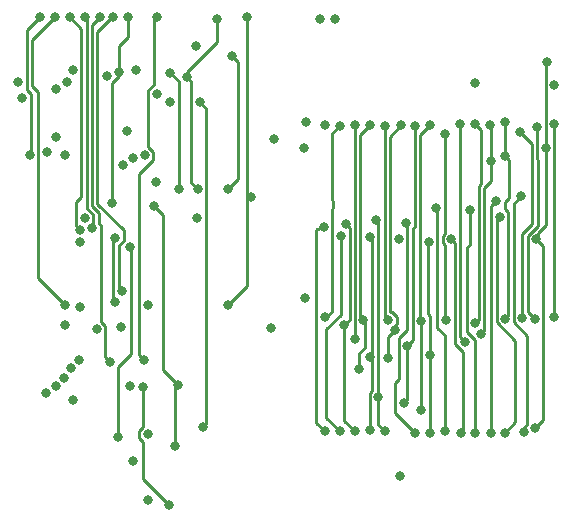
<source format=gbr>
%TF.GenerationSoftware,KiCad,Pcbnew,(7.0.0)*%
%TF.CreationDate,2023-03-25T14:20:40+00:00*%
%TF.ProjectId,connector,636f6e6e-6563-4746-9f72-2e6b69636164,rev?*%
%TF.SameCoordinates,Original*%
%TF.FileFunction,Copper,L3,Inr*%
%TF.FilePolarity,Positive*%
%FSLAX46Y46*%
G04 Gerber Fmt 4.6, Leading zero omitted, Abs format (unit mm)*
G04 Created by KiCad (PCBNEW (7.0.0)) date 2023-03-25 14:20:40*
%MOMM*%
%LPD*%
G01*
G04 APERTURE LIST*
%TA.AperFunction,ViaPad*%
%ADD10C,0.800000*%
%TD*%
%TA.AperFunction,Conductor*%
%ADD11C,0.250000*%
%TD*%
G04 APERTURE END LIST*
D10*
%TO.N,/~{SE1}*%
X131826000Y-107823000D03*
%TO.N,/WEL*%
X129540000Y-95853500D03*
%TO.N,/A9*%
X123174695Y-75946000D03*
%TO.N,/D4*%
X123784674Y-89503931D03*
X126749500Y-90170000D03*
%TO.N,/D3*%
X144436500Y-89281000D03*
%TO.N,/A19*%
X133947500Y-78702500D03*
%TO.N,Net-(U3-CE#)*%
X127000000Y-107061000D03*
%TO.N,GND*%
X125222000Y-97917000D03*
%TO.N,/D2*%
X123772500Y-96049500D03*
%TO.N,/D1*%
X123724500Y-100487511D03*
%TO.N,/D0*%
X147447000Y-101261500D03*
X123000000Y-101219000D03*
%TO.N,/A0*%
X122555000Y-97536000D03*
%TO.N,/A1*%
X149860000Y-100330000D03*
X122399963Y-102018350D03*
%TO.N,/A2*%
X151257000Y-104136201D03*
X121724500Y-102755066D03*
%TO.N,/A3*%
X152654000Y-104775000D03*
X120899722Y-103319642D03*
%TO.N,/A11*%
X132170000Y-86068500D03*
%TO.N,/A8*%
X133768500Y-86068500D03*
%TO.N,/ROE*%
X130302000Y-71501000D03*
%TO.N,/A11*%
X131445000Y-76182392D03*
X126073500Y-76454000D03*
%TO.N,/D7*%
X127343500Y-94712313D03*
%TO.N,/~{SE1}*%
X127127000Y-76099500D03*
X127889000Y-71501000D03*
%TO.N,/D6*%
X148336500Y-100292500D03*
X126365000Y-100711000D03*
X125476000Y-71501000D03*
%TO.N,/D3*%
X124206000Y-71501000D03*
%TO.N,/~{SE1}*%
X126492000Y-87211500D03*
X130048500Y-87503000D03*
X132080000Y-102616000D03*
%TO.N,Net-(D1-K)*%
X131318000Y-112776000D03*
X129159000Y-102832500D03*
%TO.N,/D5*%
X146341500Y-89027000D03*
%TO.N,/D6*%
X148336000Y-90118000D03*
%TO.N,/D4*%
X145885500Y-90043000D03*
X126746000Y-95631000D03*
X122936000Y-71501000D03*
%TO.N,/A17*%
X119544500Y-83185000D03*
X120396000Y-71501000D03*
%TO.N,/D7*%
X126619000Y-71501000D03*
X149061000Y-103619500D03*
X128000000Y-102743000D03*
X148881500Y-88677500D03*
%TO.N,/A10*%
X124199500Y-88523890D03*
%TO.N,Net-(U3-CE#)*%
X128038181Y-90925459D03*
X150780500Y-90297500D03*
%TO.N,/A10*%
X151421500Y-88900000D03*
%TO.N,GND*%
X129540000Y-106807000D03*
%TO.N,/ROE*%
X153320500Y-90551000D03*
%TO.N,/A11*%
X153961500Y-87625109D03*
%TO.N,/A9*%
X133620500Y-73914000D03*
X123772500Y-90551000D03*
X155231500Y-90297000D03*
%TO.N,/A8*%
X156813500Y-87824799D03*
%TO.N,/D3*%
X124785632Y-89347562D03*
X144526000Y-106553000D03*
%TO.N,/D4*%
X145796000Y-106553000D03*
%TO.N,/D6*%
X148336000Y-106426000D03*
%TO.N,/D7*%
X149606000Y-106553000D03*
%TO.N,/A10*%
X152146000Y-106680000D03*
%TO.N,/A11*%
X154686000Y-106553000D03*
%TO.N,/A9*%
X156083000Y-106680000D03*
%TO.N,/A8*%
X157226000Y-106680000D03*
%TO.N,/D5*%
X147066000Y-106553000D03*
X146177000Y-97536000D03*
X127224500Y-97744227D03*
X122555000Y-95885000D03*
X121666000Y-71501000D03*
%TO.N,/A8*%
X135382000Y-71628000D03*
X132842000Y-76581000D03*
X122659057Y-76999500D03*
%TO.N,/ROE*%
X153416000Y-106680000D03*
X153416000Y-100076000D03*
X129188232Y-100483500D03*
%TO.N,/A13*%
X128524000Y-75946000D03*
X136312500Y-86068500D03*
X136646000Y-74803000D03*
%TO.N,/WEL*%
X138261500Y-86680652D03*
X136312500Y-95853500D03*
X137896000Y-71501000D03*
%TO.N,/A13*%
X158623000Y-106680000D03*
X159004000Y-87084500D03*
%TO.N,/WEL*%
X159766000Y-106680000D03*
X159328297Y-88392000D03*
%TO.N,Net-(JP1-A)*%
X150876000Y-110363000D03*
X128270000Y-109093000D03*
%TO.N,/A14*%
X142896000Y-80338500D03*
X127775500Y-81153000D03*
%TO.N,/D2*%
X145796000Y-80682500D03*
X144526000Y-96874500D03*
%TO.N,/D1*%
X147066000Y-80645000D03*
X147074952Y-98768500D03*
%TO.N,/D0*%
X148336000Y-80645000D03*
X147790500Y-97155000D03*
%TO.N,/A0*%
X149606000Y-80682500D03*
X149863949Y-97167548D03*
%TO.N,/A1*%
X151003000Y-80645000D03*
X150421752Y-97996922D03*
%TO.N,/A2*%
X152146000Y-80682500D03*
X151511000Y-99314000D03*
%TO.N,/A3*%
X153416000Y-80645000D03*
X152691500Y-97206089D03*
%TO.N,/A6*%
X121793000Y-77528000D03*
X157226000Y-77089000D03*
%TO.N,/A5*%
X156391548Y-99005451D03*
X155956000Y-80518000D03*
X121724500Y-81661000D03*
%TO.N,/A4*%
X154781500Y-97155000D03*
X154693803Y-81413611D03*
X121031000Y-82931000D03*
%TO.N,/A6*%
X157263500Y-97379313D03*
X157226000Y-80518000D03*
%TO.N,/A7*%
X158623000Y-83666500D03*
X122500000Y-83185000D03*
X157734000Y-98298000D03*
X158496000Y-80645000D03*
%TO.N,/A15*%
X163232000Y-82550000D03*
X128307000Y-83439000D03*
%TO.N,/A12*%
X159808500Y-83216500D03*
X127463541Y-83975267D03*
X159778797Y-97028000D03*
X159766000Y-80391000D03*
%TO.N,GND*%
X129540000Y-112395000D03*
X144526000Y-80645000D03*
X140208000Y-81788000D03*
X142875000Y-95250000D03*
X133731000Y-88519000D03*
X123190000Y-103917500D03*
X145415000Y-71628000D03*
X139954000Y-97790000D03*
X144145000Y-71628000D03*
%TO.N,/A14*%
X161228297Y-96974895D03*
X142748000Y-82581500D03*
X161069141Y-81229798D03*
%TO.N,/A15*%
X163322000Y-75311000D03*
X162306000Y-106299000D03*
X162433000Y-90297000D03*
%TO.N,/A16*%
X129286000Y-83164500D03*
X162306000Y-97028000D03*
X162507500Y-80772000D03*
%TO.N,/A17*%
X130265487Y-85468748D03*
X161163000Y-86614000D03*
X161344954Y-106573585D03*
%TO.N,/A19*%
X134239000Y-106172000D03*
X118872000Y-78359000D03*
X131445000Y-78702500D03*
%TO.N,/A18*%
X130302000Y-77978000D03*
X163957000Y-80518000D03*
X163957000Y-77216000D03*
X163957000Y-96901000D03*
X118571123Y-76962000D03*
%TD*%
D11*
%TO.N,/~{SE1}*%
X131826000Y-102870000D02*
X131826000Y-107823000D01*
X132080000Y-102616000D02*
X131826000Y-102870000D01*
%TO.N,/A10*%
X150495000Y-102420848D02*
X150495000Y-105029000D01*
X150495000Y-105029000D02*
X152146000Y-106680000D01*
X150786000Y-102129848D02*
X150495000Y-102420848D01*
X151505500Y-97938479D02*
X150786000Y-98657979D01*
X151505500Y-88984000D02*
X151505500Y-97938479D01*
X151421500Y-88900000D02*
X151505500Y-88984000D01*
X150786000Y-98657979D02*
X150786000Y-102129848D01*
%TO.N,/A2*%
X151511000Y-103882201D02*
X151511000Y-99314000D01*
X151257000Y-104136201D02*
X151511000Y-103882201D01*
%TO.N,/ROE*%
X128815000Y-100110268D02*
X129188232Y-100483500D01*
X128815000Y-84799000D02*
X128815000Y-100110268D01*
X130011000Y-83603000D02*
X128815000Y-84799000D01*
X129577000Y-77677695D02*
X129577000Y-82439500D01*
X129577000Y-82439500D02*
X129586305Y-82439500D01*
X130048000Y-77206695D02*
X129577000Y-77677695D01*
X130048000Y-71755000D02*
X130048000Y-77206695D01*
X129586305Y-82439500D02*
X130011000Y-82864195D01*
X130302000Y-71501000D02*
X130048000Y-71755000D01*
X130011000Y-82864195D02*
X130011000Y-83603000D01*
%TO.N,Net-(U3-CE#)*%
X128068500Y-100001500D02*
X127000000Y-101070000D01*
X128068500Y-90955778D02*
X128068500Y-100001500D01*
X127000000Y-101070000D02*
X127000000Y-107061000D01*
X128038181Y-90925459D02*
X128068500Y-90955778D01*
%TO.N,/D7*%
X126540695Y-71579305D02*
X126619000Y-71501000D01*
X126423000Y-71579305D02*
X126540695Y-71579305D01*
X125249195Y-87276195D02*
X125249195Y-72753110D01*
X127474500Y-90470305D02*
X127474500Y-89501500D01*
X127474500Y-89501500D02*
X125249195Y-87276195D01*
X125249195Y-72753110D02*
X126423000Y-71579305D01*
X127127000Y-94495813D02*
X127127000Y-90817805D01*
X127343500Y-94712313D02*
X127127000Y-94495813D01*
X127127000Y-90817805D02*
X127474500Y-90470305D01*
%TO.N,/D4*%
X126619000Y-90300500D02*
X126749500Y-90170000D01*
X126746000Y-95631000D02*
X126619000Y-95504000D01*
X126619000Y-95504000D02*
X126619000Y-90300500D01*
%TO.N,/WEL*%
X137922000Y-94244000D02*
X137922000Y-71527000D01*
X137922000Y-71527000D02*
X137896000Y-71501000D01*
X136312500Y-95853500D02*
X137922000Y-94244000D01*
%TO.N,/A1*%
X149860000Y-100330000D02*
X149860000Y-98558674D01*
X149860000Y-98558674D02*
X150421752Y-97996922D01*
%TO.N,/D0*%
X147918000Y-97282500D02*
X147790500Y-97155000D01*
X147918000Y-99487305D02*
X147918000Y-97282500D01*
X147447000Y-99958305D02*
X147918000Y-99487305D01*
X147447000Y-101261500D02*
X147447000Y-99958305D01*
%TO.N,/D1*%
X147074952Y-98768500D02*
X147066000Y-98759548D01*
X147066000Y-98759548D02*
X147066000Y-80645000D01*
%TO.N,/~{SE1}*%
X126492000Y-77060805D02*
X126492000Y-87211500D01*
X127127000Y-76099500D02*
X127127000Y-76425805D01*
X127889000Y-73152000D02*
X127889000Y-71501000D01*
X127127000Y-73914000D02*
X127889000Y-73152000D01*
X127127000Y-76099500D02*
X127127000Y-73914000D01*
X127127000Y-76425805D02*
X126492000Y-77060805D01*
%TO.N,/D5*%
X120269000Y-77851000D02*
X119745623Y-77327623D01*
X120269000Y-93599000D02*
X120269000Y-77851000D01*
X119745623Y-77327623D02*
X119745623Y-73421377D01*
X122555000Y-95885000D02*
X120269000Y-93599000D01*
X119745623Y-73421377D02*
X121666000Y-71501000D01*
%TO.N,Net-(D1-K)*%
X129159000Y-106162695D02*
X129159000Y-102832500D01*
X128815000Y-107107305D02*
X128815000Y-106506695D01*
X129159000Y-107451305D02*
X128815000Y-107107305D01*
X128815000Y-106506695D02*
X129159000Y-106162695D01*
X131318000Y-112776000D02*
X129159000Y-110617000D01*
X129159000Y-110617000D02*
X129159000Y-107451305D01*
%TO.N,/D4*%
X123899195Y-86721354D02*
X123899195Y-72464195D01*
X123899195Y-72464195D02*
X122936000Y-71501000D01*
X123474500Y-87146049D02*
X123899195Y-86721354D01*
X123474500Y-89193757D02*
X123474500Y-87146049D01*
X123784674Y-89503931D02*
X123474500Y-89193757D01*
%TO.N,/D3*%
X124349195Y-71644195D02*
X124206000Y-71501000D01*
X124924500Y-88224292D02*
X124349195Y-87648987D01*
X124924500Y-89208694D02*
X124924500Y-88224292D01*
X124349195Y-87648987D02*
X124349195Y-71644195D01*
X124785632Y-89347562D02*
X124924500Y-89208694D01*
%TO.N,/D6*%
X124799195Y-72177805D02*
X125476000Y-71501000D01*
X124799195Y-87462591D02*
X124799195Y-72177805D01*
X125603000Y-89154000D02*
X125374500Y-88925500D01*
X125947000Y-97616695D02*
X125603000Y-97272695D01*
X125947000Y-100293000D02*
X125947000Y-97616695D01*
X125603000Y-97272695D02*
X125603000Y-89154000D01*
X125374500Y-88925500D02*
X125374500Y-88037896D01*
X126365000Y-100711000D02*
X125947000Y-100293000D01*
X125374500Y-88037896D02*
X124799195Y-87462591D01*
%TO.N,/A13*%
X137160000Y-85221000D02*
X136312500Y-86068500D01*
X137160000Y-75317000D02*
X137160000Y-85221000D01*
X136646000Y-74803000D02*
X137160000Y-75317000D01*
%TO.N,/A8*%
X132842000Y-76086333D02*
X132842000Y-76581000D01*
X135382000Y-73546333D02*
X132842000Y-76086333D01*
X135382000Y-71628000D02*
X135382000Y-73546333D01*
%TO.N,/A17*%
X119295623Y-77667818D02*
X119295623Y-72601377D01*
X119634000Y-78006195D02*
X119295623Y-77667818D01*
X119634000Y-83095500D02*
X119634000Y-78006195D01*
X119544500Y-83185000D02*
X119634000Y-83095500D01*
X119295623Y-72601377D02*
X120396000Y-71501000D01*
%TO.N,/A11*%
X132170000Y-76925000D02*
X132170000Y-86068500D01*
X131445000Y-76182392D02*
X131445000Y-76200000D01*
X131445000Y-76200000D02*
X132170000Y-76925000D01*
%TO.N,/A8*%
X133223000Y-76962000D02*
X132842000Y-76581000D01*
X133223000Y-85523000D02*
X133223000Y-76962000D01*
X133768500Y-86068500D02*
X133223000Y-85523000D01*
%TO.N,/D3*%
X144018000Y-89408000D02*
X143891000Y-89408000D01*
X143801000Y-105828000D02*
X144526000Y-106553000D01*
X143801000Y-89498000D02*
X143801000Y-105828000D01*
X143891000Y-89408000D02*
X143801000Y-89498000D01*
%TO.N,/A19*%
X134493000Y-79248000D02*
X134493000Y-105918000D01*
X134493000Y-105918000D02*
X134239000Y-106172000D01*
X133947500Y-78702500D02*
X134493000Y-79248000D01*
%TO.N,/D2*%
X145161000Y-86944195D02*
X145161000Y-81317500D01*
X145161000Y-81317500D02*
X145796000Y-80682500D01*
X145251000Y-87034195D02*
X145161000Y-86944195D01*
X145251000Y-87634805D02*
X145251000Y-87034195D01*
X145161000Y-87724805D02*
X145251000Y-87634805D01*
X144679500Y-96874500D02*
X145161000Y-96393000D01*
X145161000Y-96393000D02*
X145161000Y-87724805D01*
X144526000Y-96874500D02*
X144679500Y-96874500D01*
%TO.N,/A3*%
X152596000Y-81465000D02*
X153416000Y-80645000D01*
X152596000Y-97110589D02*
X152596000Y-81465000D01*
X152691500Y-97206089D02*
X152596000Y-97110589D01*
X152654000Y-97243589D02*
X152654000Y-104775000D01*
X152691500Y-97206089D02*
X152654000Y-97243589D01*
%TO.N,/A2*%
X152146000Y-89200805D02*
X152146000Y-80682500D01*
X151966500Y-89380305D02*
X152146000Y-89200805D01*
X151511000Y-99314000D02*
X151966500Y-98858500D01*
X151966500Y-98858500D02*
X151966500Y-89380305D01*
%TO.N,/ROE*%
X153416000Y-100076000D02*
X153416000Y-106680000D01*
X153228697Y-90642803D02*
X153320500Y-90551000D01*
X153228697Y-96575996D02*
X153228697Y-90642803D01*
X153416000Y-96763299D02*
X153228697Y-96575996D01*
X153416000Y-100076000D02*
X153416000Y-96763299D01*
%TO.N,/A11*%
X154686000Y-98425000D02*
X154686000Y-106553000D01*
X154045500Y-97784500D02*
X154686000Y-98425000D01*
X154045500Y-87709109D02*
X154045500Y-97784500D01*
X153961500Y-87625109D02*
X154045500Y-87709109D01*
%TO.N,/~{SE1}*%
X130810000Y-88264500D02*
X130048500Y-87503000D01*
X132080000Y-102616000D02*
X130810000Y-101346000D01*
X130810000Y-101346000D02*
X130810000Y-88264500D01*
%TO.N,/D6*%
X148336000Y-103319195D02*
X148336000Y-106426000D01*
X148515500Y-103139695D02*
X148336000Y-103319195D01*
X148336000Y-90118000D02*
X148515500Y-90297500D01*
X148515500Y-90297500D02*
X148515500Y-103139695D01*
%TO.N,/D5*%
X146177000Y-97536000D02*
X146610500Y-97102500D01*
X146610500Y-89296000D02*
X146341500Y-89027000D01*
X146177000Y-105664000D02*
X147066000Y-106553000D01*
X146177000Y-97536000D02*
X146177000Y-105664000D01*
X146610500Y-97102500D02*
X146610500Y-89296000D01*
%TO.N,/D4*%
X144653000Y-97909091D02*
X144653000Y-105410000D01*
X144653000Y-105410000D02*
X145796000Y-106553000D01*
X145885500Y-96676591D02*
X144653000Y-97909091D01*
X145885500Y-90043000D02*
X145885500Y-96676591D01*
%TO.N,/A8*%
X157226000Y-98815305D02*
X157226000Y-106680000D01*
X156538500Y-90994000D02*
X156538500Y-98127805D01*
X156813500Y-90719000D02*
X156538500Y-90994000D01*
X156813500Y-87824799D02*
X156813500Y-90719000D01*
X156538500Y-98127805D02*
X157226000Y-98815305D01*
%TO.N,/A7*%
X157988000Y-98044000D02*
X157734000Y-98298000D01*
X158623000Y-80772000D02*
X158496000Y-80645000D01*
X158623000Y-83666500D02*
X158623000Y-85344000D01*
X158623000Y-85344000D02*
X157988000Y-85979000D01*
X157988000Y-85979000D02*
X157988000Y-98044000D01*
X158623000Y-83666500D02*
X158623000Y-80772000D01*
%TO.N,/A12*%
X159808500Y-80433500D02*
X159766000Y-80391000D01*
X159808500Y-83216500D02*
X159808500Y-80433500D01*
X160053297Y-96753500D02*
X159778797Y-97028000D01*
X160053297Y-87975178D02*
X160053297Y-96753500D01*
X159808500Y-87730381D02*
X160053297Y-87975178D01*
X159808500Y-87129771D02*
X159808500Y-87730381D01*
X160147000Y-86791271D02*
X159808500Y-87129771D01*
X160147000Y-83555000D02*
X160147000Y-86791271D01*
X159808500Y-83216500D02*
X160147000Y-83555000D01*
%TO.N,/A15*%
X163232000Y-75401000D02*
X163322000Y-75311000D01*
X163232000Y-82550000D02*
X163232000Y-75401000D01*
X162560000Y-90170000D02*
X162433000Y-90297000D01*
X162560000Y-89789000D02*
X162560000Y-90170000D01*
X163232000Y-89117000D02*
X162560000Y-89789000D01*
X163232000Y-82550000D02*
X163232000Y-89117000D01*
%TO.N,/WEL*%
X160655000Y-105791000D02*
X159766000Y-106680000D01*
X160655000Y-98929508D02*
X160655000Y-105791000D01*
X159053797Y-97328305D02*
X160655000Y-98929508D01*
X159053797Y-88666500D02*
X159053797Y-97328305D01*
X159328297Y-88392000D02*
X159053797Y-88666500D01*
%TO.N,/A13*%
X158603797Y-106660797D02*
X158623000Y-106680000D01*
X158603797Y-87484703D02*
X158603797Y-106660797D01*
X159004000Y-87084500D02*
X158603797Y-87484703D01*
%TO.N,/A17*%
X160503297Y-87273703D02*
X160503297Y-97275200D01*
X161344954Y-106234741D02*
X161344954Y-106573585D01*
X161163000Y-86614000D02*
X160503297Y-87273703D01*
X161671000Y-98442903D02*
X161671000Y-105908695D01*
X160503297Y-97275200D02*
X161671000Y-98442903D01*
X161671000Y-105908695D02*
X161344954Y-106234741D01*
%TO.N,/A14*%
X162052000Y-89016299D02*
X161228297Y-89840002D01*
X161228297Y-89840002D02*
X161228297Y-96974895D01*
X162052000Y-82212657D02*
X162052000Y-89016299D01*
X161069141Y-81229798D02*
X162052000Y-82212657D01*
%TO.N,/A16*%
X161708000Y-89996695D02*
X161708000Y-96430000D01*
X162507500Y-83485805D02*
X162560000Y-83538305D01*
X162560000Y-83538305D02*
X162560000Y-89144695D01*
X162560000Y-89144695D02*
X161708000Y-89996695D01*
X161708000Y-96430000D02*
X162306000Y-97028000D01*
X162507500Y-80772000D02*
X162507500Y-83485805D01*
%TO.N,/A4*%
X154686000Y-97059500D02*
X154781500Y-97155000D01*
X154506500Y-89996695D02*
X154506500Y-90597305D01*
X154686000Y-89817195D02*
X154506500Y-89996695D01*
X154686000Y-81421414D02*
X154686000Y-89817195D01*
X154693803Y-81413611D02*
X154686000Y-81421414D01*
X154506500Y-90597305D02*
X154686000Y-90776805D01*
X154686000Y-90776805D02*
X154686000Y-97059500D01*
%TO.N,/A6*%
X157538000Y-97104813D02*
X157263500Y-97379313D01*
X157734000Y-85596604D02*
X157538000Y-85792604D01*
X157734000Y-81026000D02*
X157734000Y-85596604D01*
X157226000Y-80518000D02*
X157734000Y-81026000D01*
X157538000Y-85792604D02*
X157538000Y-97104813D01*
%TO.N,/A5*%
X155956000Y-80518000D02*
X155956000Y-98569903D01*
X155956000Y-98569903D02*
X156391548Y-99005451D01*
%TO.N,/A1*%
X150056000Y-96442548D02*
X150056000Y-81592000D01*
X150240816Y-97815986D02*
X150588949Y-97467853D01*
X150588949Y-97467853D02*
X150588949Y-96867243D01*
X150421752Y-97996922D02*
X150240816Y-97815986D01*
X150588949Y-96867243D02*
X150164254Y-96442548D01*
X150164254Y-96442548D02*
X150056000Y-96442548D01*
X150056000Y-81592000D02*
X151003000Y-80645000D01*
%TO.N,/D0*%
X147516000Y-81465000D02*
X148336000Y-80645000D01*
X147516000Y-96880500D02*
X147516000Y-81465000D01*
X147790500Y-97155000D02*
X147516000Y-96880500D01*
%TO.N,/D7*%
X149061000Y-88857000D02*
X149061000Y-106008000D01*
X149061000Y-106008000D02*
X149606000Y-106553000D01*
X148881500Y-88677500D02*
X149061000Y-88857000D01*
%TO.N,/A0*%
X149606000Y-96909599D02*
X149606000Y-80682500D01*
X149863949Y-97167548D02*
X149606000Y-96909599D01*
%TO.N,/A9*%
X156210000Y-99849208D02*
X156210000Y-106553000D01*
X155506000Y-99145208D02*
X156210000Y-99849208D01*
X155506000Y-90571500D02*
X155506000Y-99145208D01*
X155231500Y-90297000D02*
X155506000Y-90571500D01*
X156210000Y-106553000D02*
X156083000Y-106680000D01*
%TO.N,/A15*%
X163031000Y-90895000D02*
X163031000Y-105574000D01*
X162433000Y-90297000D02*
X163031000Y-90895000D01*
X163031000Y-105574000D02*
X162306000Y-106299000D01*
%TO.N,/A18*%
X163957000Y-80518000D02*
X163957000Y-96901000D01*
%TD*%
M02*

</source>
